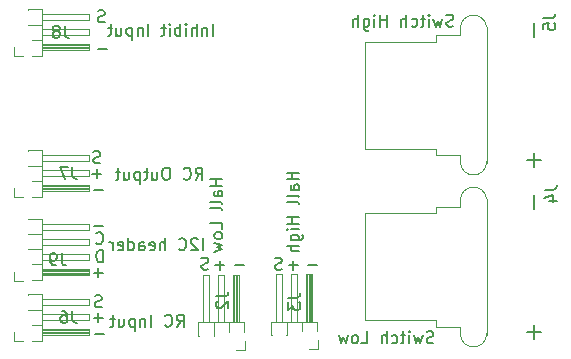
<source format=gbr>
G04 #@! TF.GenerationSoftware,KiCad,Pcbnew,5.1.4-e60b266~84~ubuntu18.04.1*
G04 #@! TF.CreationDate,2019-09-17T17:50:47+10:00*
G04 #@! TF.ProjectId,RC-Endpoint-Limiter,52432d45-6e64-4706-9f69-6e742d4c696d,rev?*
G04 #@! TF.SameCoordinates,Original*
G04 #@! TF.FileFunction,Legend,Bot*
G04 #@! TF.FilePolarity,Positive*
%FSLAX46Y46*%
G04 Gerber Fmt 4.6, Leading zero omitted, Abs format (unit mm)*
G04 Created by KiCad (PCBNEW 5.1.4-e60b266~84~ubuntu18.04.1) date 2019-09-17 17:50:47*
%MOMM*%
%LPD*%
G04 APERTURE LIST*
%ADD10C,0.150000*%
%ADD11C,0.120000*%
G04 APERTURE END LIST*
D10*
X92400476Y-57253142D02*
X92448095Y-57300761D01*
X92590952Y-57348380D01*
X92686190Y-57348380D01*
X92829047Y-57300761D01*
X92924285Y-57205523D01*
X92971904Y-57110285D01*
X93019523Y-56919809D01*
X93019523Y-56776952D01*
X92971904Y-56586476D01*
X92924285Y-56491238D01*
X92829047Y-56396000D01*
X92686190Y-56348380D01*
X92590952Y-56348380D01*
X92448095Y-56396000D01*
X92400476Y-56443619D01*
X92971904Y-58872380D02*
X92971904Y-57872380D01*
X92733809Y-57872380D01*
X92590952Y-57920000D01*
X92495714Y-58015238D01*
X92448095Y-58110476D01*
X92400476Y-58300952D01*
X92400476Y-58443809D01*
X92448095Y-58634285D01*
X92495714Y-58729523D01*
X92590952Y-58824761D01*
X92733809Y-58872380D01*
X92971904Y-58872380D01*
X92963952Y-59761428D02*
X92202047Y-59761428D01*
X92583000Y-60142380D02*
X92583000Y-59380476D01*
X92963952Y-55824428D02*
X92202047Y-55824428D01*
X108108714Y-59459761D02*
X107965857Y-59507380D01*
X107727761Y-59507380D01*
X107632523Y-59459761D01*
X107584904Y-59412142D01*
X107537285Y-59316904D01*
X107537285Y-59221666D01*
X107584904Y-59126428D01*
X107632523Y-59078809D01*
X107727761Y-59031190D01*
X107918238Y-58983571D01*
X108013476Y-58935952D01*
X108061095Y-58888333D01*
X108108714Y-58793095D01*
X108108714Y-58697857D01*
X108061095Y-58602619D01*
X108013476Y-58555000D01*
X107918238Y-58507380D01*
X107680142Y-58507380D01*
X107537285Y-58555000D01*
X111124952Y-59126428D02*
X110363047Y-59126428D01*
X109473952Y-59126428D02*
X108712047Y-59126428D01*
X109093000Y-59507380D02*
X109093000Y-58745476D01*
X104901952Y-59126428D02*
X104140047Y-59126428D01*
X103250952Y-59126428D02*
X102489047Y-59126428D01*
X102870000Y-59507380D02*
X102870000Y-58745476D01*
X101885714Y-59459761D02*
X101742857Y-59507380D01*
X101504761Y-59507380D01*
X101409523Y-59459761D01*
X101361904Y-59412142D01*
X101314285Y-59316904D01*
X101314285Y-59221666D01*
X101361904Y-59126428D01*
X101409523Y-59078809D01*
X101504761Y-59031190D01*
X101695238Y-58983571D01*
X101790476Y-58935952D01*
X101838095Y-58888333D01*
X101885714Y-58793095D01*
X101885714Y-58697857D01*
X101838095Y-58602619D01*
X101790476Y-58555000D01*
X101695238Y-58507380D01*
X101457142Y-58507380D01*
X101314285Y-58555000D01*
X93122714Y-38504761D02*
X92979857Y-38552380D01*
X92741761Y-38552380D01*
X92646523Y-38504761D01*
X92598904Y-38457142D01*
X92551285Y-38361904D01*
X92551285Y-38266666D01*
X92598904Y-38171428D01*
X92646523Y-38123809D01*
X92741761Y-38076190D01*
X92932238Y-38028571D01*
X93027476Y-37980952D01*
X93075095Y-37933333D01*
X93122714Y-37838095D01*
X93122714Y-37742857D01*
X93075095Y-37647619D01*
X93027476Y-37600000D01*
X92932238Y-37552380D01*
X92694142Y-37552380D01*
X92551285Y-37600000D01*
X93344952Y-40838428D02*
X92583047Y-40838428D01*
X92741714Y-50442761D02*
X92598857Y-50490380D01*
X92360761Y-50490380D01*
X92265523Y-50442761D01*
X92217904Y-50395142D01*
X92170285Y-50299904D01*
X92170285Y-50204666D01*
X92217904Y-50109428D01*
X92265523Y-50061809D01*
X92360761Y-50014190D01*
X92551238Y-49966571D01*
X92646476Y-49918952D01*
X92694095Y-49871333D01*
X92741714Y-49776095D01*
X92741714Y-49680857D01*
X92694095Y-49585619D01*
X92646476Y-49538000D01*
X92551238Y-49490380D01*
X92313142Y-49490380D01*
X92170285Y-49538000D01*
X92963952Y-52776428D02*
X92202047Y-52776428D01*
X92836952Y-51379428D02*
X92075047Y-51379428D01*
X92456000Y-51760380D02*
X92456000Y-50998476D01*
X92963952Y-63571428D02*
X92202047Y-63571428D01*
X92583000Y-63952380D02*
X92583000Y-63190476D01*
X93090952Y-64968428D02*
X92329047Y-64968428D01*
X92868714Y-62634761D02*
X92725857Y-62682380D01*
X92487761Y-62682380D01*
X92392523Y-62634761D01*
X92344904Y-62587142D01*
X92297285Y-62491904D01*
X92297285Y-62396666D01*
X92344904Y-62301428D01*
X92392523Y-62253809D01*
X92487761Y-62206190D01*
X92678238Y-62158571D01*
X92773476Y-62110952D01*
X92821095Y-62063333D01*
X92868714Y-61968095D01*
X92868714Y-61872857D01*
X92821095Y-61777619D01*
X92773476Y-61730000D01*
X92678238Y-61682380D01*
X92440142Y-61682380D01*
X92297285Y-61730000D01*
D11*
X85473000Y-60450000D02*
X86233000Y-60450000D01*
X85473000Y-59690000D02*
X85473000Y-60450000D01*
X91793000Y-55620000D02*
X87793000Y-55620000D01*
X91793000Y-56140000D02*
X91793000Y-55620000D01*
X87793000Y-56140000D02*
X91793000Y-56140000D01*
X86673000Y-56530323D02*
X86673000Y-56499677D01*
X86673000Y-56515000D02*
X87793000Y-56515000D01*
X91793000Y-56890000D02*
X87793000Y-56890000D01*
X91793000Y-57410000D02*
X91793000Y-56890000D01*
X87793000Y-57410000D02*
X91793000Y-57410000D01*
X86673000Y-57800323D02*
X86673000Y-57769677D01*
X86673000Y-57785000D02*
X87793000Y-57785000D01*
X91793000Y-58160000D02*
X87793000Y-58160000D01*
X91793000Y-58680000D02*
X91793000Y-58160000D01*
X87793000Y-58680000D02*
X91793000Y-58680000D01*
X86993000Y-59055000D02*
X87793000Y-59055000D01*
X87793000Y-59530000D02*
X91793000Y-59530000D01*
X87793000Y-59650000D02*
X91793000Y-59650000D01*
X87793000Y-59770000D02*
X91793000Y-59770000D01*
X87793000Y-59890000D02*
X91793000Y-59890000D01*
X91793000Y-59430000D02*
X87793000Y-59430000D01*
X91793000Y-59950000D02*
X91793000Y-59430000D01*
X87793000Y-59950000D02*
X91793000Y-59950000D01*
X86673000Y-55185000D02*
X86673000Y-55260323D01*
X87793000Y-55185000D02*
X86673000Y-55185000D01*
X87793000Y-60385000D02*
X87793000Y-55185000D01*
X86993000Y-60385000D02*
X87793000Y-60385000D01*
X111186500Y-66228500D02*
X111186500Y-65468500D01*
X110426500Y-66228500D02*
X111186500Y-66228500D01*
X107626500Y-59908500D02*
X107626500Y-63908500D01*
X108146500Y-59908500D02*
X107626500Y-59908500D01*
X108146500Y-63908500D02*
X108146500Y-59908500D01*
X108536823Y-65028500D02*
X108506177Y-65028500D01*
X108521500Y-65028500D02*
X108521500Y-63908500D01*
X108896500Y-59908500D02*
X108896500Y-63908500D01*
X109416500Y-59908500D02*
X108896500Y-59908500D01*
X109416500Y-63908500D02*
X109416500Y-59908500D01*
X109791500Y-64708500D02*
X109791500Y-63908500D01*
X110266500Y-63908500D02*
X110266500Y-59908500D01*
X110386500Y-63908500D02*
X110386500Y-59908500D01*
X110506500Y-63908500D02*
X110506500Y-59908500D01*
X110626500Y-63908500D02*
X110626500Y-59908500D01*
X110166500Y-59908500D02*
X110166500Y-63908500D01*
X110686500Y-59908500D02*
X110166500Y-59908500D01*
X110686500Y-63908500D02*
X110686500Y-59908500D01*
X107191500Y-65028500D02*
X107266823Y-65028500D01*
X107191500Y-63908500D02*
X107191500Y-65028500D01*
X111121500Y-63908500D02*
X107191500Y-63908500D01*
X111121500Y-64708500D02*
X111121500Y-63908500D01*
X123239500Y-50377500D02*
G75*
G03X125459500Y-50377500I1110000J0D01*
G01*
X125446135Y-38905771D02*
G75*
G03X123239500Y-39077500I-1096635J-171729D01*
G01*
X115189500Y-40197500D02*
X121189500Y-40197500D01*
X115189500Y-40197500D02*
X115189500Y-49227500D01*
X115189500Y-49257500D02*
X121189500Y-49257500D01*
X121189500Y-49257500D02*
X121189500Y-49787500D01*
X121189500Y-49787500D02*
X123239500Y-49787500D01*
X123239500Y-49787500D02*
X123239500Y-50487500D01*
X123239500Y-38967500D02*
X123239500Y-39667500D01*
X121189500Y-39667500D02*
X123239500Y-39667500D01*
X125459500Y-38967500D02*
X125459500Y-50487500D01*
X121189500Y-39667500D02*
X121189500Y-40197500D01*
X123239500Y-64935500D02*
G75*
G03X125459500Y-64935500I1110000J0D01*
G01*
X125446135Y-53463771D02*
G75*
G03X123239500Y-53635500I-1096635J-171729D01*
G01*
X115189500Y-54755500D02*
X121189500Y-54755500D01*
X115189500Y-54755500D02*
X115189500Y-63785500D01*
X115189500Y-63815500D02*
X121189500Y-63815500D01*
X121189500Y-63815500D02*
X121189500Y-64345500D01*
X121189500Y-64345500D02*
X123239500Y-64345500D01*
X123239500Y-64345500D02*
X123239500Y-65045500D01*
X123239500Y-53525500D02*
X123239500Y-54225500D01*
X121189500Y-54225500D02*
X123239500Y-54225500D01*
X125459500Y-53525500D02*
X125459500Y-65045500D01*
X121189500Y-54225500D02*
X121189500Y-54755500D01*
X85473000Y-41450800D02*
X86233000Y-41450800D01*
X85473000Y-40690800D02*
X85473000Y-41450800D01*
X91793000Y-37890800D02*
X87793000Y-37890800D01*
X91793000Y-38410800D02*
X91793000Y-37890800D01*
X87793000Y-38410800D02*
X91793000Y-38410800D01*
X86673000Y-38801123D02*
X86673000Y-38770477D01*
X86673000Y-38785800D02*
X87793000Y-38785800D01*
X91793000Y-39160800D02*
X87793000Y-39160800D01*
X91793000Y-39680800D02*
X91793000Y-39160800D01*
X87793000Y-39680800D02*
X91793000Y-39680800D01*
X86993000Y-40055800D02*
X87793000Y-40055800D01*
X87793000Y-40530800D02*
X91793000Y-40530800D01*
X87793000Y-40650800D02*
X91793000Y-40650800D01*
X87793000Y-40770800D02*
X91793000Y-40770800D01*
X87793000Y-40890800D02*
X91793000Y-40890800D01*
X91793000Y-40430800D02*
X87793000Y-40430800D01*
X91793000Y-40950800D02*
X91793000Y-40430800D01*
X87793000Y-40950800D02*
X91793000Y-40950800D01*
X86673000Y-37455800D02*
X86673000Y-37531123D01*
X87793000Y-37455800D02*
X86673000Y-37455800D01*
X87793000Y-41385800D02*
X87793000Y-37455800D01*
X86993000Y-41385800D02*
X87793000Y-41385800D01*
X85473000Y-53388800D02*
X86233000Y-53388800D01*
X85473000Y-52628800D02*
X85473000Y-53388800D01*
X91793000Y-49828800D02*
X87793000Y-49828800D01*
X91793000Y-50348800D02*
X91793000Y-49828800D01*
X87793000Y-50348800D02*
X91793000Y-50348800D01*
X86673000Y-50739123D02*
X86673000Y-50708477D01*
X86673000Y-50723800D02*
X87793000Y-50723800D01*
X91793000Y-51098800D02*
X87793000Y-51098800D01*
X91793000Y-51618800D02*
X91793000Y-51098800D01*
X87793000Y-51618800D02*
X91793000Y-51618800D01*
X86993000Y-51993800D02*
X87793000Y-51993800D01*
X87793000Y-52468800D02*
X91793000Y-52468800D01*
X87793000Y-52588800D02*
X91793000Y-52588800D01*
X87793000Y-52708800D02*
X91793000Y-52708800D01*
X87793000Y-52828800D02*
X91793000Y-52828800D01*
X91793000Y-52368800D02*
X87793000Y-52368800D01*
X91793000Y-52888800D02*
X91793000Y-52368800D01*
X87793000Y-52888800D02*
X91793000Y-52888800D01*
X86673000Y-49393800D02*
X86673000Y-49469123D01*
X87793000Y-49393800D02*
X86673000Y-49393800D01*
X87793000Y-53323800D02*
X87793000Y-49393800D01*
X86993000Y-53323800D02*
X87793000Y-53323800D01*
X85473000Y-65580800D02*
X86233000Y-65580800D01*
X85473000Y-64820800D02*
X85473000Y-65580800D01*
X91793000Y-62020800D02*
X87793000Y-62020800D01*
X91793000Y-62540800D02*
X91793000Y-62020800D01*
X87793000Y-62540800D02*
X91793000Y-62540800D01*
X86673000Y-62931123D02*
X86673000Y-62900477D01*
X86673000Y-62915800D02*
X87793000Y-62915800D01*
X91793000Y-63290800D02*
X87793000Y-63290800D01*
X91793000Y-63810800D02*
X91793000Y-63290800D01*
X87793000Y-63810800D02*
X91793000Y-63810800D01*
X86993000Y-64185800D02*
X87793000Y-64185800D01*
X87793000Y-64660800D02*
X91793000Y-64660800D01*
X87793000Y-64780800D02*
X91793000Y-64780800D01*
X87793000Y-64900800D02*
X91793000Y-64900800D01*
X87793000Y-65020800D02*
X91793000Y-65020800D01*
X91793000Y-64560800D02*
X87793000Y-64560800D01*
X91793000Y-65080800D02*
X91793000Y-64560800D01*
X87793000Y-65080800D02*
X91793000Y-65080800D01*
X86673000Y-61585800D02*
X86673000Y-61661123D01*
X87793000Y-61585800D02*
X86673000Y-61585800D01*
X87793000Y-65515800D02*
X87793000Y-61585800D01*
X86993000Y-65515800D02*
X87793000Y-65515800D01*
X104962000Y-64772000D02*
X104962000Y-63972000D01*
X104962000Y-63972000D02*
X101032000Y-63972000D01*
X101032000Y-63972000D02*
X101032000Y-65092000D01*
X101032000Y-65092000D02*
X101107323Y-65092000D01*
X104527000Y-63972000D02*
X104527000Y-59972000D01*
X104527000Y-59972000D02*
X104007000Y-59972000D01*
X104007000Y-59972000D02*
X104007000Y-63972000D01*
X104467000Y-63972000D02*
X104467000Y-59972000D01*
X104347000Y-63972000D02*
X104347000Y-59972000D01*
X104227000Y-63972000D02*
X104227000Y-59972000D01*
X104107000Y-63972000D02*
X104107000Y-59972000D01*
X103632000Y-64772000D02*
X103632000Y-63972000D01*
X103257000Y-63972000D02*
X103257000Y-59972000D01*
X103257000Y-59972000D02*
X102737000Y-59972000D01*
X102737000Y-59972000D02*
X102737000Y-63972000D01*
X102362000Y-65092000D02*
X102362000Y-63972000D01*
X102377323Y-65092000D02*
X102346677Y-65092000D01*
X101987000Y-63972000D02*
X101987000Y-59972000D01*
X101987000Y-59972000D02*
X101467000Y-59972000D01*
X101467000Y-59972000D02*
X101467000Y-63972000D01*
X104267000Y-66292000D02*
X105027000Y-66292000D01*
X105027000Y-66292000D02*
X105027000Y-65532000D01*
D10*
X89487333Y-58126380D02*
X89487333Y-58840666D01*
X89534952Y-58983523D01*
X89630190Y-59078761D01*
X89773047Y-59126380D01*
X89868285Y-59126380D01*
X88963523Y-59126380D02*
X88773047Y-59126380D01*
X88677809Y-59078761D01*
X88630190Y-59031142D01*
X88534952Y-58888285D01*
X88487333Y-58697809D01*
X88487333Y-58316857D01*
X88534952Y-58221619D01*
X88582571Y-58174000D01*
X88677809Y-58126380D01*
X88868285Y-58126380D01*
X88963523Y-58174000D01*
X89011142Y-58221619D01*
X89058761Y-58316857D01*
X89058761Y-58554952D01*
X89011142Y-58650190D01*
X88963523Y-58697809D01*
X88868285Y-58745428D01*
X88677809Y-58745428D01*
X88582571Y-58697809D01*
X88534952Y-58650190D01*
X88487333Y-58554952D01*
X101416952Y-57856380D02*
X101416952Y-56856380D01*
X100988380Y-56951619D02*
X100940761Y-56904000D01*
X100845523Y-56856380D01*
X100607428Y-56856380D01*
X100512190Y-56904000D01*
X100464571Y-56951619D01*
X100416952Y-57046857D01*
X100416952Y-57142095D01*
X100464571Y-57284952D01*
X101036000Y-57856380D01*
X100416952Y-57856380D01*
X99416952Y-57761142D02*
X99464571Y-57808761D01*
X99607428Y-57856380D01*
X99702666Y-57856380D01*
X99845523Y-57808761D01*
X99940761Y-57713523D01*
X99988380Y-57618285D01*
X100036000Y-57427809D01*
X100036000Y-57284952D01*
X99988380Y-57094476D01*
X99940761Y-56999238D01*
X99845523Y-56904000D01*
X99702666Y-56856380D01*
X99607428Y-56856380D01*
X99464571Y-56904000D01*
X99416952Y-56951619D01*
X98226476Y-57856380D02*
X98226476Y-56856380D01*
X97797904Y-57856380D02*
X97797904Y-57332571D01*
X97845523Y-57237333D01*
X97940761Y-57189714D01*
X98083619Y-57189714D01*
X98178857Y-57237333D01*
X98226476Y-57284952D01*
X96940761Y-57808761D02*
X97036000Y-57856380D01*
X97226476Y-57856380D01*
X97321714Y-57808761D01*
X97369333Y-57713523D01*
X97369333Y-57332571D01*
X97321714Y-57237333D01*
X97226476Y-57189714D01*
X97036000Y-57189714D01*
X96940761Y-57237333D01*
X96893142Y-57332571D01*
X96893142Y-57427809D01*
X97369333Y-57523047D01*
X96036000Y-57856380D02*
X96036000Y-57332571D01*
X96083619Y-57237333D01*
X96178857Y-57189714D01*
X96369333Y-57189714D01*
X96464571Y-57237333D01*
X96036000Y-57808761D02*
X96131238Y-57856380D01*
X96369333Y-57856380D01*
X96464571Y-57808761D01*
X96512190Y-57713523D01*
X96512190Y-57618285D01*
X96464571Y-57523047D01*
X96369333Y-57475428D01*
X96131238Y-57475428D01*
X96036000Y-57427809D01*
X95131238Y-57856380D02*
X95131238Y-56856380D01*
X95131238Y-57808761D02*
X95226476Y-57856380D01*
X95416952Y-57856380D01*
X95512190Y-57808761D01*
X95559809Y-57761142D01*
X95607428Y-57665904D01*
X95607428Y-57380190D01*
X95559809Y-57284952D01*
X95512190Y-57237333D01*
X95416952Y-57189714D01*
X95226476Y-57189714D01*
X95131238Y-57237333D01*
X94274095Y-57808761D02*
X94369333Y-57856380D01*
X94559809Y-57856380D01*
X94655047Y-57808761D01*
X94702666Y-57713523D01*
X94702666Y-57332571D01*
X94655047Y-57237333D01*
X94559809Y-57189714D01*
X94369333Y-57189714D01*
X94274095Y-57237333D01*
X94226476Y-57332571D01*
X94226476Y-57427809D01*
X94702666Y-57523047D01*
X93797904Y-57856380D02*
X93797904Y-57189714D01*
X93797904Y-57380190D02*
X93750285Y-57284952D01*
X93702666Y-57237333D01*
X93607428Y-57189714D01*
X93512190Y-57189714D01*
X108672380Y-61896666D02*
X109386666Y-61896666D01*
X109529523Y-61849047D01*
X109624761Y-61753809D01*
X109672380Y-61610952D01*
X109672380Y-61515714D01*
X108672380Y-62277619D02*
X108672380Y-62896666D01*
X109053333Y-62563333D01*
X109053333Y-62706190D01*
X109100952Y-62801428D01*
X109148571Y-62849047D01*
X109243809Y-62896666D01*
X109481904Y-62896666D01*
X109577142Y-62849047D01*
X109624761Y-62801428D01*
X109672380Y-62706190D01*
X109672380Y-62420476D01*
X109624761Y-62325238D01*
X109577142Y-62277619D01*
X109545380Y-51300476D02*
X108545380Y-51300476D01*
X109021571Y-51300476D02*
X109021571Y-51871904D01*
X109545380Y-51871904D02*
X108545380Y-51871904D01*
X109545380Y-52776666D02*
X109021571Y-52776666D01*
X108926333Y-52729047D01*
X108878714Y-52633809D01*
X108878714Y-52443333D01*
X108926333Y-52348095D01*
X109497761Y-52776666D02*
X109545380Y-52681428D01*
X109545380Y-52443333D01*
X109497761Y-52348095D01*
X109402523Y-52300476D01*
X109307285Y-52300476D01*
X109212047Y-52348095D01*
X109164428Y-52443333D01*
X109164428Y-52681428D01*
X109116809Y-52776666D01*
X109545380Y-53395714D02*
X109497761Y-53300476D01*
X109402523Y-53252857D01*
X108545380Y-53252857D01*
X109545380Y-53919523D02*
X109497761Y-53824285D01*
X109402523Y-53776666D01*
X108545380Y-53776666D01*
X109545380Y-55062380D02*
X108545380Y-55062380D01*
X109021571Y-55062380D02*
X109021571Y-55633809D01*
X109545380Y-55633809D02*
X108545380Y-55633809D01*
X109545380Y-56110000D02*
X108878714Y-56110000D01*
X108545380Y-56110000D02*
X108593000Y-56062380D01*
X108640619Y-56110000D01*
X108593000Y-56157619D01*
X108545380Y-56110000D01*
X108640619Y-56110000D01*
X108878714Y-57014761D02*
X109688238Y-57014761D01*
X109783476Y-56967142D01*
X109831095Y-56919523D01*
X109878714Y-56824285D01*
X109878714Y-56681428D01*
X109831095Y-56586190D01*
X109497761Y-57014761D02*
X109545380Y-56919523D01*
X109545380Y-56729047D01*
X109497761Y-56633809D01*
X109450142Y-56586190D01*
X109354904Y-56538571D01*
X109069190Y-56538571D01*
X108973952Y-56586190D01*
X108926333Y-56633809D01*
X108878714Y-56729047D01*
X108878714Y-56919523D01*
X108926333Y-57014761D01*
X109545380Y-57490952D02*
X108545380Y-57490952D01*
X109545380Y-57919523D02*
X109021571Y-57919523D01*
X108926333Y-57871904D01*
X108878714Y-57776666D01*
X108878714Y-57633809D01*
X108926333Y-57538571D01*
X108973952Y-57490952D01*
X130262380Y-38211166D02*
X130976666Y-38211166D01*
X131119523Y-38163547D01*
X131214761Y-38068309D01*
X131262380Y-37925452D01*
X131262380Y-37830214D01*
X130262380Y-39163547D02*
X130262380Y-38687357D01*
X130738571Y-38639738D01*
X130690952Y-38687357D01*
X130643333Y-38782595D01*
X130643333Y-39020690D01*
X130690952Y-39115928D01*
X130738571Y-39163547D01*
X130833809Y-39211166D01*
X131071904Y-39211166D01*
X131167142Y-39163547D01*
X131214761Y-39115928D01*
X131262380Y-39020690D01*
X131262380Y-38782595D01*
X131214761Y-38687357D01*
X131167142Y-38639738D01*
X122625904Y-38885761D02*
X122483047Y-38933380D01*
X122244952Y-38933380D01*
X122149714Y-38885761D01*
X122102095Y-38838142D01*
X122054476Y-38742904D01*
X122054476Y-38647666D01*
X122102095Y-38552428D01*
X122149714Y-38504809D01*
X122244952Y-38457190D01*
X122435428Y-38409571D01*
X122530666Y-38361952D01*
X122578285Y-38314333D01*
X122625904Y-38219095D01*
X122625904Y-38123857D01*
X122578285Y-38028619D01*
X122530666Y-37981000D01*
X122435428Y-37933380D01*
X122197333Y-37933380D01*
X122054476Y-37981000D01*
X121721142Y-38266714D02*
X121530666Y-38933380D01*
X121340190Y-38457190D01*
X121149714Y-38933380D01*
X120959238Y-38266714D01*
X120578285Y-38933380D02*
X120578285Y-38266714D01*
X120578285Y-37933380D02*
X120625904Y-37981000D01*
X120578285Y-38028619D01*
X120530666Y-37981000D01*
X120578285Y-37933380D01*
X120578285Y-38028619D01*
X120244952Y-38266714D02*
X119864000Y-38266714D01*
X120102095Y-37933380D02*
X120102095Y-38790523D01*
X120054476Y-38885761D01*
X119959238Y-38933380D01*
X119864000Y-38933380D01*
X119102095Y-38885761D02*
X119197333Y-38933380D01*
X119387809Y-38933380D01*
X119483047Y-38885761D01*
X119530666Y-38838142D01*
X119578285Y-38742904D01*
X119578285Y-38457190D01*
X119530666Y-38361952D01*
X119483047Y-38314333D01*
X119387809Y-38266714D01*
X119197333Y-38266714D01*
X119102095Y-38314333D01*
X118673523Y-38933380D02*
X118673523Y-37933380D01*
X118244952Y-38933380D02*
X118244952Y-38409571D01*
X118292571Y-38314333D01*
X118387809Y-38266714D01*
X118530666Y-38266714D01*
X118625904Y-38314333D01*
X118673523Y-38361952D01*
X117006857Y-38933380D02*
X117006857Y-37933380D01*
X117006857Y-38409571D02*
X116435428Y-38409571D01*
X116435428Y-38933380D02*
X116435428Y-37933380D01*
X115959238Y-38933380D02*
X115959238Y-38266714D01*
X115959238Y-37933380D02*
X116006857Y-37981000D01*
X115959238Y-38028619D01*
X115911619Y-37981000D01*
X115959238Y-37933380D01*
X115959238Y-38028619D01*
X115054476Y-38266714D02*
X115054476Y-39076238D01*
X115102095Y-39171476D01*
X115149714Y-39219095D01*
X115244952Y-39266714D01*
X115387809Y-39266714D01*
X115483047Y-39219095D01*
X115054476Y-38885761D02*
X115149714Y-38933380D01*
X115340190Y-38933380D01*
X115435428Y-38885761D01*
X115483047Y-38838142D01*
X115530666Y-38742904D01*
X115530666Y-38457190D01*
X115483047Y-38361952D01*
X115435428Y-38314333D01*
X115340190Y-38266714D01*
X115149714Y-38266714D01*
X115054476Y-38314333D01*
X114578285Y-38933380D02*
X114578285Y-37933380D01*
X114149714Y-38933380D02*
X114149714Y-38409571D01*
X114197333Y-38314333D01*
X114292571Y-38266714D01*
X114435428Y-38266714D01*
X114530666Y-38314333D01*
X114578285Y-38361952D01*
X129456642Y-38656071D02*
X129456642Y-39798928D01*
X129456642Y-49656071D02*
X129456642Y-50798928D01*
X130028071Y-50227500D02*
X128885214Y-50227500D01*
X130389380Y-52752666D02*
X131103666Y-52752666D01*
X131246523Y-52705047D01*
X131341761Y-52609809D01*
X131389380Y-52466952D01*
X131389380Y-52371714D01*
X130722714Y-53657428D02*
X131389380Y-53657428D01*
X130341761Y-53419333D02*
X131056047Y-53181238D01*
X131056047Y-53800285D01*
X120943190Y-65682761D02*
X120800333Y-65730380D01*
X120562238Y-65730380D01*
X120467000Y-65682761D01*
X120419380Y-65635142D01*
X120371761Y-65539904D01*
X120371761Y-65444666D01*
X120419380Y-65349428D01*
X120467000Y-65301809D01*
X120562238Y-65254190D01*
X120752714Y-65206571D01*
X120847952Y-65158952D01*
X120895571Y-65111333D01*
X120943190Y-65016095D01*
X120943190Y-64920857D01*
X120895571Y-64825619D01*
X120847952Y-64778000D01*
X120752714Y-64730380D01*
X120514619Y-64730380D01*
X120371761Y-64778000D01*
X120038428Y-65063714D02*
X119847952Y-65730380D01*
X119657476Y-65254190D01*
X119467000Y-65730380D01*
X119276523Y-65063714D01*
X118895571Y-65730380D02*
X118895571Y-65063714D01*
X118895571Y-64730380D02*
X118943190Y-64778000D01*
X118895571Y-64825619D01*
X118847952Y-64778000D01*
X118895571Y-64730380D01*
X118895571Y-64825619D01*
X118562238Y-65063714D02*
X118181285Y-65063714D01*
X118419380Y-64730380D02*
X118419380Y-65587523D01*
X118371761Y-65682761D01*
X118276523Y-65730380D01*
X118181285Y-65730380D01*
X117419380Y-65682761D02*
X117514619Y-65730380D01*
X117705095Y-65730380D01*
X117800333Y-65682761D01*
X117847952Y-65635142D01*
X117895571Y-65539904D01*
X117895571Y-65254190D01*
X117847952Y-65158952D01*
X117800333Y-65111333D01*
X117705095Y-65063714D01*
X117514619Y-65063714D01*
X117419380Y-65111333D01*
X116990809Y-65730380D02*
X116990809Y-64730380D01*
X116562238Y-65730380D02*
X116562238Y-65206571D01*
X116609857Y-65111333D01*
X116705095Y-65063714D01*
X116847952Y-65063714D01*
X116943190Y-65111333D01*
X116990809Y-65158952D01*
X114847952Y-65730380D02*
X115324142Y-65730380D01*
X115324142Y-64730380D01*
X114371761Y-65730380D02*
X114467000Y-65682761D01*
X114514619Y-65635142D01*
X114562238Y-65539904D01*
X114562238Y-65254190D01*
X114514619Y-65158952D01*
X114467000Y-65111333D01*
X114371761Y-65063714D01*
X114228904Y-65063714D01*
X114133666Y-65111333D01*
X114086047Y-65158952D01*
X114038428Y-65254190D01*
X114038428Y-65539904D01*
X114086047Y-65635142D01*
X114133666Y-65682761D01*
X114228904Y-65730380D01*
X114371761Y-65730380D01*
X113705095Y-65063714D02*
X113514619Y-65730380D01*
X113324142Y-65254190D01*
X113133666Y-65730380D01*
X112943190Y-65063714D01*
X129456642Y-53214071D02*
X129456642Y-54356928D01*
X129456642Y-64214071D02*
X129456642Y-65356928D01*
X130028071Y-64785500D02*
X128885214Y-64785500D01*
X89741333Y-38873180D02*
X89741333Y-39587466D01*
X89788952Y-39730323D01*
X89884190Y-39825561D01*
X90027047Y-39873180D01*
X90122285Y-39873180D01*
X89122285Y-39301752D02*
X89217523Y-39254133D01*
X89265142Y-39206514D01*
X89312761Y-39111276D01*
X89312761Y-39063657D01*
X89265142Y-38968419D01*
X89217523Y-38920800D01*
X89122285Y-38873180D01*
X88931809Y-38873180D01*
X88836571Y-38920800D01*
X88788952Y-38968419D01*
X88741333Y-39063657D01*
X88741333Y-39111276D01*
X88788952Y-39206514D01*
X88836571Y-39254133D01*
X88931809Y-39301752D01*
X89122285Y-39301752D01*
X89217523Y-39349371D01*
X89265142Y-39396990D01*
X89312761Y-39492228D01*
X89312761Y-39682704D01*
X89265142Y-39777942D01*
X89217523Y-39825561D01*
X89122285Y-39873180D01*
X88931809Y-39873180D01*
X88836571Y-39825561D01*
X88788952Y-39777942D01*
X88741333Y-39682704D01*
X88741333Y-39492228D01*
X88788952Y-39396990D01*
X88836571Y-39349371D01*
X88931809Y-39301752D01*
X102297952Y-39695380D02*
X102297952Y-38695380D01*
X101821761Y-39028714D02*
X101821761Y-39695380D01*
X101821761Y-39123952D02*
X101774142Y-39076333D01*
X101678904Y-39028714D01*
X101536047Y-39028714D01*
X101440809Y-39076333D01*
X101393190Y-39171571D01*
X101393190Y-39695380D01*
X100917000Y-39695380D02*
X100917000Y-38695380D01*
X100488428Y-39695380D02*
X100488428Y-39171571D01*
X100536047Y-39076333D01*
X100631285Y-39028714D01*
X100774142Y-39028714D01*
X100869380Y-39076333D01*
X100917000Y-39123952D01*
X100012238Y-39695380D02*
X100012238Y-39028714D01*
X100012238Y-38695380D02*
X100059857Y-38743000D01*
X100012238Y-38790619D01*
X99964619Y-38743000D01*
X100012238Y-38695380D01*
X100012238Y-38790619D01*
X99536047Y-39695380D02*
X99536047Y-38695380D01*
X99536047Y-39076333D02*
X99440809Y-39028714D01*
X99250333Y-39028714D01*
X99155095Y-39076333D01*
X99107476Y-39123952D01*
X99059857Y-39219190D01*
X99059857Y-39504904D01*
X99107476Y-39600142D01*
X99155095Y-39647761D01*
X99250333Y-39695380D01*
X99440809Y-39695380D01*
X99536047Y-39647761D01*
X98631285Y-39695380D02*
X98631285Y-39028714D01*
X98631285Y-38695380D02*
X98678904Y-38743000D01*
X98631285Y-38790619D01*
X98583666Y-38743000D01*
X98631285Y-38695380D01*
X98631285Y-38790619D01*
X98297952Y-39028714D02*
X97917000Y-39028714D01*
X98155095Y-38695380D02*
X98155095Y-39552523D01*
X98107476Y-39647761D01*
X98012238Y-39695380D01*
X97917000Y-39695380D01*
X96821761Y-39695380D02*
X96821761Y-38695380D01*
X96345571Y-39028714D02*
X96345571Y-39695380D01*
X96345571Y-39123952D02*
X96297952Y-39076333D01*
X96202714Y-39028714D01*
X96059857Y-39028714D01*
X95964619Y-39076333D01*
X95917000Y-39171571D01*
X95917000Y-39695380D01*
X95440809Y-39028714D02*
X95440809Y-40028714D01*
X95440809Y-39076333D02*
X95345571Y-39028714D01*
X95155095Y-39028714D01*
X95059857Y-39076333D01*
X95012238Y-39123952D01*
X94964619Y-39219190D01*
X94964619Y-39504904D01*
X95012238Y-39600142D01*
X95059857Y-39647761D01*
X95155095Y-39695380D01*
X95345571Y-39695380D01*
X95440809Y-39647761D01*
X94107476Y-39028714D02*
X94107476Y-39695380D01*
X94536047Y-39028714D02*
X94536047Y-39552523D01*
X94488428Y-39647761D01*
X94393190Y-39695380D01*
X94250333Y-39695380D01*
X94155095Y-39647761D01*
X94107476Y-39600142D01*
X93774142Y-39028714D02*
X93393190Y-39028714D01*
X93631285Y-38695380D02*
X93631285Y-39552523D01*
X93583666Y-39647761D01*
X93488428Y-39695380D01*
X93393190Y-39695380D01*
X90376333Y-50811180D02*
X90376333Y-51525466D01*
X90423952Y-51668323D01*
X90519190Y-51763561D01*
X90662047Y-51811180D01*
X90757285Y-51811180D01*
X89995380Y-50811180D02*
X89328714Y-50811180D01*
X89757285Y-51811180D01*
X100813809Y-51887380D02*
X101147142Y-51411190D01*
X101385238Y-51887380D02*
X101385238Y-50887380D01*
X101004285Y-50887380D01*
X100909047Y-50935000D01*
X100861428Y-50982619D01*
X100813809Y-51077857D01*
X100813809Y-51220714D01*
X100861428Y-51315952D01*
X100909047Y-51363571D01*
X101004285Y-51411190D01*
X101385238Y-51411190D01*
X99813809Y-51792142D02*
X99861428Y-51839761D01*
X100004285Y-51887380D01*
X100099523Y-51887380D01*
X100242380Y-51839761D01*
X100337619Y-51744523D01*
X100385238Y-51649285D01*
X100432857Y-51458809D01*
X100432857Y-51315952D01*
X100385238Y-51125476D01*
X100337619Y-51030238D01*
X100242380Y-50935000D01*
X100099523Y-50887380D01*
X100004285Y-50887380D01*
X99861428Y-50935000D01*
X99813809Y-50982619D01*
X98432857Y-50887380D02*
X98242380Y-50887380D01*
X98147142Y-50935000D01*
X98051904Y-51030238D01*
X98004285Y-51220714D01*
X98004285Y-51554047D01*
X98051904Y-51744523D01*
X98147142Y-51839761D01*
X98242380Y-51887380D01*
X98432857Y-51887380D01*
X98528095Y-51839761D01*
X98623333Y-51744523D01*
X98670952Y-51554047D01*
X98670952Y-51220714D01*
X98623333Y-51030238D01*
X98528095Y-50935000D01*
X98432857Y-50887380D01*
X97147142Y-51220714D02*
X97147142Y-51887380D01*
X97575714Y-51220714D02*
X97575714Y-51744523D01*
X97528095Y-51839761D01*
X97432857Y-51887380D01*
X97290000Y-51887380D01*
X97194761Y-51839761D01*
X97147142Y-51792142D01*
X96813809Y-51220714D02*
X96432857Y-51220714D01*
X96670952Y-50887380D02*
X96670952Y-51744523D01*
X96623333Y-51839761D01*
X96528095Y-51887380D01*
X96432857Y-51887380D01*
X96099523Y-51220714D02*
X96099523Y-52220714D01*
X96099523Y-51268333D02*
X96004285Y-51220714D01*
X95813809Y-51220714D01*
X95718571Y-51268333D01*
X95670952Y-51315952D01*
X95623333Y-51411190D01*
X95623333Y-51696904D01*
X95670952Y-51792142D01*
X95718571Y-51839761D01*
X95813809Y-51887380D01*
X96004285Y-51887380D01*
X96099523Y-51839761D01*
X94766190Y-51220714D02*
X94766190Y-51887380D01*
X95194761Y-51220714D02*
X95194761Y-51744523D01*
X95147142Y-51839761D01*
X95051904Y-51887380D01*
X94909047Y-51887380D01*
X94813809Y-51839761D01*
X94766190Y-51792142D01*
X94432857Y-51220714D02*
X94051904Y-51220714D01*
X94290000Y-50887380D02*
X94290000Y-51744523D01*
X94242380Y-51839761D01*
X94147142Y-51887380D01*
X94051904Y-51887380D01*
X90376333Y-63003180D02*
X90376333Y-63717466D01*
X90423952Y-63860323D01*
X90519190Y-63955561D01*
X90662047Y-64003180D01*
X90757285Y-64003180D01*
X89471571Y-63003180D02*
X89662047Y-63003180D01*
X89757285Y-63050800D01*
X89804904Y-63098419D01*
X89900142Y-63241276D01*
X89947761Y-63431752D01*
X89947761Y-63812704D01*
X89900142Y-63907942D01*
X89852523Y-63955561D01*
X89757285Y-64003180D01*
X89566809Y-64003180D01*
X89471571Y-63955561D01*
X89423952Y-63907942D01*
X89376333Y-63812704D01*
X89376333Y-63574609D01*
X89423952Y-63479371D01*
X89471571Y-63431752D01*
X89566809Y-63384133D01*
X89757285Y-63384133D01*
X89852523Y-63431752D01*
X89900142Y-63479371D01*
X89947761Y-63574609D01*
X99226380Y-64333380D02*
X99559714Y-63857190D01*
X99797809Y-64333380D02*
X99797809Y-63333380D01*
X99416857Y-63333380D01*
X99321619Y-63381000D01*
X99274000Y-63428619D01*
X99226380Y-63523857D01*
X99226380Y-63666714D01*
X99274000Y-63761952D01*
X99321619Y-63809571D01*
X99416857Y-63857190D01*
X99797809Y-63857190D01*
X98226380Y-64238142D02*
X98274000Y-64285761D01*
X98416857Y-64333380D01*
X98512095Y-64333380D01*
X98654952Y-64285761D01*
X98750190Y-64190523D01*
X98797809Y-64095285D01*
X98845428Y-63904809D01*
X98845428Y-63761952D01*
X98797809Y-63571476D01*
X98750190Y-63476238D01*
X98654952Y-63381000D01*
X98512095Y-63333380D01*
X98416857Y-63333380D01*
X98274000Y-63381000D01*
X98226380Y-63428619D01*
X97035904Y-64333380D02*
X97035904Y-63333380D01*
X96559714Y-63666714D02*
X96559714Y-64333380D01*
X96559714Y-63761952D02*
X96512095Y-63714333D01*
X96416857Y-63666714D01*
X96274000Y-63666714D01*
X96178761Y-63714333D01*
X96131142Y-63809571D01*
X96131142Y-64333380D01*
X95654952Y-63666714D02*
X95654952Y-64666714D01*
X95654952Y-63714333D02*
X95559714Y-63666714D01*
X95369238Y-63666714D01*
X95274000Y-63714333D01*
X95226380Y-63761952D01*
X95178761Y-63857190D01*
X95178761Y-64142904D01*
X95226380Y-64238142D01*
X95274000Y-64285761D01*
X95369238Y-64333380D01*
X95559714Y-64333380D01*
X95654952Y-64285761D01*
X94321619Y-63666714D02*
X94321619Y-64333380D01*
X94750190Y-63666714D02*
X94750190Y-64190523D01*
X94702571Y-64285761D01*
X94607333Y-64333380D01*
X94464476Y-64333380D01*
X94369238Y-64285761D01*
X94321619Y-64238142D01*
X93988285Y-63666714D02*
X93607333Y-63666714D01*
X93845428Y-63333380D02*
X93845428Y-64190523D01*
X93797809Y-64285761D01*
X93702571Y-64333380D01*
X93607333Y-64333380D01*
X102576380Y-61769666D02*
X103290666Y-61769666D01*
X103433523Y-61722047D01*
X103528761Y-61626809D01*
X103576380Y-61483952D01*
X103576380Y-61388714D01*
X102671619Y-62198238D02*
X102624000Y-62245857D01*
X102576380Y-62341095D01*
X102576380Y-62579190D01*
X102624000Y-62674428D01*
X102671619Y-62722047D01*
X102766857Y-62769666D01*
X102862095Y-62769666D01*
X103004952Y-62722047D01*
X103576380Y-62150619D01*
X103576380Y-62769666D01*
X103068380Y-51840190D02*
X102068380Y-51840190D01*
X102544571Y-51840190D02*
X102544571Y-52411619D01*
X103068380Y-52411619D02*
X102068380Y-52411619D01*
X103068380Y-53316380D02*
X102544571Y-53316380D01*
X102449333Y-53268761D01*
X102401714Y-53173523D01*
X102401714Y-52983047D01*
X102449333Y-52887809D01*
X103020761Y-53316380D02*
X103068380Y-53221142D01*
X103068380Y-52983047D01*
X103020761Y-52887809D01*
X102925523Y-52840190D01*
X102830285Y-52840190D01*
X102735047Y-52887809D01*
X102687428Y-52983047D01*
X102687428Y-53221142D01*
X102639809Y-53316380D01*
X103068380Y-53935428D02*
X103020761Y-53840190D01*
X102925523Y-53792571D01*
X102068380Y-53792571D01*
X103068380Y-54459238D02*
X103020761Y-54364000D01*
X102925523Y-54316380D01*
X102068380Y-54316380D01*
X103068380Y-56078285D02*
X103068380Y-55602095D01*
X102068380Y-55602095D01*
X103068380Y-56554476D02*
X103020761Y-56459238D01*
X102973142Y-56411619D01*
X102877904Y-56364000D01*
X102592190Y-56364000D01*
X102496952Y-56411619D01*
X102449333Y-56459238D01*
X102401714Y-56554476D01*
X102401714Y-56697333D01*
X102449333Y-56792571D01*
X102496952Y-56840190D01*
X102592190Y-56887809D01*
X102877904Y-56887809D01*
X102973142Y-56840190D01*
X103020761Y-56792571D01*
X103068380Y-56697333D01*
X103068380Y-56554476D01*
X102401714Y-57221142D02*
X103068380Y-57411619D01*
X102592190Y-57602095D01*
X103068380Y-57792571D01*
X102401714Y-57983047D01*
M02*

</source>
